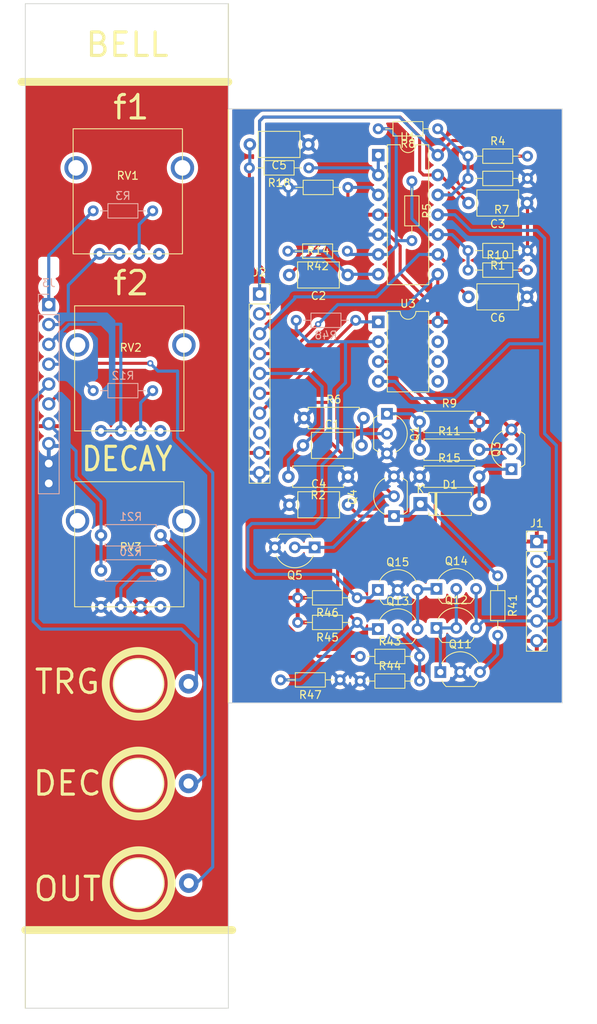
<source format=kicad_pcb>
(kicad_pcb (version 20221018) (generator pcbnew)
  (layers (0 "F.Cu" signal) (31 "B.Cu" signal) (34 "B.Paste" user) (35 "F.Paste" user) (36 "B.SilkS" user "B.Silkscreen") (37 "F.SilkS" user "F.Silkscreen") (38 "B.Mask" user) (39 "F.Mask" user) (44 "Edge.Cuts" user))
  (net 0 "")
  (net 1 "IN2")
  (net 2 "Net-(Q1-B)")
  (net 3 "Net-(C2-Pad1)")
  (net 4 "GND")
  (net 5 "ENV")
  (net 6 "BP")
  (net 7 "Net-(D1-A)")
  (net 8 "Net-(Q1-C)")
  (net 9 "Net-(U1B--)")
  (net 10 "Net-(R3-Pad1)")
  (net 11 "Net-(Q3-B)")
  (net 12 "+12V")
  (net 13 "Net-(U1A--)")
  (net 14 "Net-(Q11-C)")
  (net 15 "Net-(Q11-E)")
  (net 16 "-12V")
  (net 17 "Net-(Q13-C)")
  (net 18 "Net-(Q13-B)")
  (net 19 "Net-(Q13-E)")
  (net 20 "Net-(Q15-C)")
  (net 21 "Net-(R12-Pad1)")
  (net 22 "Net-(R20-Pad1)")
  (net 23 "f1")
  (net 24 "f2")
  (net 25 "Net-(R21-Pad1)")
  (net 29 "Net-(U1A-+)")
  (net 30 "FM1")
  (net 31 "FM2")
  (net 32 "FO1")
  (net 33 "FO2")
  (net 34 "DEC")
  (net 35 "OUT")
  (footprint "Package_TO_SOT_THT:TO-92_Inline_Wide" (layer "F.Cu") (at 143.15 101.86)
    (fp_text reference "Q12")
    (fp_text value "BC547")
  )
  (footprint "Resistor_THT:R_Axial_DIN0207_L6.3mm_D2.5mm_P7.62mm_Horizontal" (layer "F.Cu") (at 141 82.5)
    (fp_text reference "R15")
    (fp_text value "100k")
  )
  (footprint "Resistor_THT:R_Axial_DIN0204_L3.6mm_D1.6mm_P7.62mm_Horizontal" (layer "F.Cu") (at 133.38 108.65)
    (fp_text reference "R44")
    (fp_text value "200R")
  )
  (footprint "Capacitor_THT:C_Axial_L5.1mm_D3.1mm_P7.50mm_Horizontal" (layer "F.Cu") (at 154.75 47.5 180)
    (fp_text reference "C3")
    (fp_text value "5n")
  )
  (footprint "Resistor_THT:R_Axial_DIN0204_L3.6mm_D1.6mm_P7.62mm_Horizontal" (layer "F.Cu") (at 147.19 56.08)
    (fp_text reference "R10")
    (fp_text value "100k")
  )
  (footprint "Resistor_THT:R_Axial_DIN0207_L6.3mm_D2.5mm_P7.62mm_Horizontal" (layer "F.Cu") (at 141 75.5)
    (fp_text reference "R9")
    (fp_text value "100k")
  )
  (footprint "Resistor_THT:R_Axial_DIN0204_L3.6mm_D1.6mm_P7.62mm_Horizontal" (layer "F.Cu") (at 154.81 44.35 180)
    (fp_text reference "R7")
    (fp_text value "100k")
  )
  (footprint "Capacitor_THT:C_Axial_L5.1mm_D3.1mm_P7.50mm_Horizontal" (layer "F.Cu") (at 126.75 40 180)
    (fp_text reference "C5")
    (fp_text value "5n")
  )
  (footprint "Library:aux_flush" (layer "F.Cu") (at 105 109 180)
    (fp_text reference "U2" hide)
    (fp_text value "Aux_flush")
  )
  (footprint "Library:aux_flush" (layer "F.Cu") (at 105.030351 134.5 180)
    (fp_text reference "U10" hide)
    (fp_text value "Aux_flush")
  )
  (footprint "Resistor_THT:R_Axial_DIN0204_L3.6mm_D1.6mm_P7.62mm_Horizontal" (layer "F.Cu") (at 131.81 45.5 180)
    (fp_text reference "R14")
    (fp_text value "100k")
  )
  (footprint "Resistor_THT:R_Axial_DIN0204_L3.6mm_D1.6mm_P7.62mm_Horizontal" (layer "F.Cu") (at 130.81 108.5 180)
    (fp_text reference "R47")
    (fp_text value "200k")
  )
  (footprint "Library:aux_flush" (layer "F.Cu") (at 105 121.75 180)
    (fp_text reference "U6" hide)
    (fp_text value "Aux_flush")
  )
  (footprint "Library:AlpsPot" (layer "F.Cu") (at 100.19 76.649)
    (fp_text reference "RV2")
    (fp_text value "R_Potentiometer")
  )
  (footprint "Capacitor_THT:C_Axial_L5.1mm_D3.1mm_P7.50mm_Horizontal" (layer "F.Cu") (at 154.75 59.5 180)
    (fp_text reference "C6")
    (fp_text value "5n")
  )
  (footprint "Capacitor_THT:C_Axial_L5.1mm_D3.1mm_P7.50mm_Horizontal" (layer "F.Cu") (at 131.79 56.7 180)
    (fp_text reference "C2")
    (fp_text value "5n")
  )
  (footprint "Connector_PinHeader_2.54mm:PinHeader_1x06_P2.54mm_Vertical" (layer "F.Cu") (at 156 90.8)
    (fp_text reference "J1")
    (fp_text value "Conn_01x06_Female")
  )
  (footprint "Resistor_THT:R_Axial_DIN0207_L6.3mm_D2.5mm_P7.62mm_Horizontal" (layer "F.Cu") (at 131.81 82.5 180)
    (fp_text reference "R2")
    (fp_text value "100k")
  )
  (footprint "Capacitor_THT:C_Axial_L5.1mm_D3.1mm_P7.50mm_Horizontal" (layer "F.Cu") (at 126.06 78.5)
    (fp_text reference "C1")
    (fp_text value "5n")
  )
  (footprint "Connector_PinSocket_2.54mm:PinSocket_1x10_P2.54mm_Vertical" (layer "F.Cu") (at 120.5 59.14)
    (fp_text reference "J2")
    (fp_text value "Conn_01x10_Pin")
  )
  (footprint "Package_TO_SOT_THT:TO-92_Inline_Wide" (layer "F.Cu") (at 135.65 97)
    (fp_text reference "Q15")
    (fp_text value "BC547")
  )
  (footprint "Diode_THT:D_A-405_P7.62mm_Horizontal" (layer "F.Cu") (at 141.09 86)
    (fp_text reference "D1")
    (fp_text value "D")
  )
  (footprint "Library:AlpsPot" (layer "F.Cu") (at 100 54)
    (fp_text reference "RV1")
    (fp_text value "R_Potentiometer")
  )
  (footprint "Package_TO_SOT_THT:TO-92_Inline_Wide" (layer "F.Cu") (at 143.15 96.86)
    (fp_text reference "Q14")
    (fp_text value "BC547")
  )
  (footprint "Package_TO_SOT_THT:TO-92_Inline_Wide" (layer "F.Cu") (at 135.65 102)
    (fp_text reference "Q13")
    (fp_text value "BC547")
  )
  (footprint "MountingHole:MountingHole_3.2mm_M3" (layer "F.Cu") (at 112 147.5)
    (fp_text reference "REF**" hide)
    (fp_text value "MountingHole_3.2mm_M3")
  )
  (footprint "MountingHole:MountingHole_3.2mm_M3" (layer "F.Cu") (at 112 25)
    (fp_text reference "REF**" hide)
    (fp_text value "MountingHole_3.2mm_M3")
  )
  (footprint "Package_DIP:DIP-14_W7.62mm" (layer "F.Cu") (at 135.7 41.375)
    (fp_text reference "U1")
    (fp_text value "TL074")
  )
  (footprint "Resistor_THT:R_Axial_DIN0204_L3.6mm_D1.6mm_P7.62mm_Horizontal" (layer "F.Cu") (at 126.81 43 180)
    (fp_text reference "R18")
    (fp_text value "10k")
  )
  (footprint "Package_DIP:DIP-8_W7.62mm" (layer "F.Cu") (at 135.7 62.7)
    (fp_text reference "U3")
    (fp_text value "TL072")
  )
  (footprint "Package_TO_SOT_THT:TO-92L_Inline_Wide" (layer "F.Cu") (at 137.71 87.55 90)
    (fp_text reference "Q4")
    (fp_text value "BC547")
  )
  (footprint "Resistor_THT:R_Axial_DIN0204_L3.6mm_D1.6mm_P7.62mm_Horizontal" (layer "F.Cu") (at 151 95.19 -90)
    (fp_text reference "R41")
    (fp_text value "100k")
  )
  (footprint "Package_TO_SOT_THT:TO-92L_Inline_Wide" (layer "F.Cu") (at 152.76 81.55 90)
    (fp_text reference "Q3")
    (fp_text value "BC557")
  )
  (footprint "Resistor_THT:R_Axial_DIN0204_L3.6mm_D1.6mm_P7.62mm_Horizontal" (layer "F.Cu") (at 133 101.15 180)
    (fp_text reference "R45")
    (fp_text value "50k")
  )
  (footprint "Library:AlpsPot" (layer "F.Cu") (at 100.19 99.149)
    (fp_text reference "RV3")
    (fp_text value "R_Potentiometer")
  )
  (footprint "Resistor_THT:R_Axial_DIN0204_L3.6mm_D1.6mm_P7.62mm_Horizontal" (layer "F.Cu") (at 133.38 105.5)
    (fp_text reference "R43")
    (fp_text value "100k")
  )
  (footprint "Capacitor_THT:C_Axial_L5.1mm_D3.1mm_P7.50mm_Horizontal" (layer "F.Cu") (at 124.32 86.1)
    (fp_text reference "C4")
    (fp_text value "5n")
  )
  (footprint "Package_TO_SOT_THT:TO-92L_Inline_Wide" (layer "F.Cu") (at 127.55 91.55 180)
    (fp_text reference "Q5")
    (fp_text value "BC547")
  )
  (footprint "Resistor_THT:R_Axial_DIN0204_L3.6mm_D1.6mm_P7.62mm_Horizontal" (layer "F.Cu") (at 147.19 41.5)
    (fp_text reference "R4")
    (fp_text value "100k")
  )
  (footprint "Resistor_THT:R_Axial_DIN0204_L3.6mm_D1.6mm_P7.62mm_Horizontal" (layer "F.Cu") (at 154.81 53.58 180)
    (fp_text reference "R1")
    (fp_text value "100k")
  )
  (footprint "Package_TO_SOT_THT:TO-92_Inline_Wide" (layer "F.Cu") (at 143.65 107.5)
    (fp_text reference "Q11")
    (fp_text value "BC557")
  )
  (footprint "Resistor_THT:R_Axial_DIN0207_L6.3mm_D2.5mm_P7.62mm_Horizontal" (layer "F.Cu") (at 141 79.05)
    (fp_text reference "R11")
    (fp_text value "10k")
  )
  (footprint "Resistor_THT:R_Axial_DIN0204_L3.6mm_D1.6mm_P7.62mm_Horizontal" (layer "F.Cu") (at 143.31 38 180)
    (fp_text reference "R8")
    (fp_text value "100k")
  )
  (footprint "Resistor_THT:R_Axial_DIN0204_L3.6mm_D1.6mm_P7.62mm_Horizontal" (layer "F.Cu") (at 140 44.69 -90)
    (fp_text reference "R5")
    (fp_text value "100k")
  )
  (footprint "Resistor_THT:R_Axial_DIN0204_L3.6mm_D1.6mm_P7.62mm_Horizontal" (layer "F.Cu") (at 131.74 53.65 180)
    (fp_text reference "R42")
    (fp_text value "100k")
  )
  (footprint "Package_TO_SOT_THT:TO-92L_Inline_Wide" (layer "F.Cu") (at 136.81 74.46 -90)
    (fp_text reference "Q1")
    (fp_text value "BC547")
  )
  (footprint "Resistor_THT:R_Axial_DIN0204_L3.6mm_D1.6mm_P7.62mm_Horizontal" (layer "F.Cu") (at 133 98 180)
    (fp_text reference "R46")
    (fp_text value "50k")
  )
  (footprint "Resistor_THT:R_Axial_DIN0207_L6.3mm_D2.5mm_P7.62mm_Horizontal" (layer "F.Cu") (at 126.19 75)
    (fp_text reference "R6")
    (fp_text value "100k")
  )
  (footprint "Connector_PinSocket_2.54mm:PinSocket_1x10_P2.54mm_Vertical" (layer "B.Cu") (at 93.5 60.5 180)
    (fp_text reference "J3")
    (fp_text value "Conn_01x10_Pin")
  )
  (footprint "Resistor_THT:R_Axial_DIN0204_L3.6mm_D1.6mm_P7.62mm_Horizontal" (layer "B.Cu") (at 125.19 62.5)
    (fp_text reference "R48")
    (fp_text value "200k")
  )
  (footprint "Resistor_THT:R_Axial_DIN0207_L6.3mm_D2.5mm_P7.62mm_Horizontal" (layer "B.Cu") (at 107.81 94.5 180)
    (fp_text reference "R20")
    (fp_text value "100k")
  )
  (footprint "Resistor_THT:R_Axial_DIN0204_L3.6mm_D1.6mm_P7.62mm_Horizontal" (layer "B.Cu") (at 106.81 48.5 180)
    (fp_text reference "R3")
    (fp_text value "200R")
  )
  (footprint "Resistor_THT:R_Axial_DIN0207_L6.3mm_D2.5mm_P7.62mm_Horizontal" (layer "B.Cu") (at 107.81 90 180)
    (fp_text reference "R21")
    (fp_text value "100k")
  )
  (footprint "Resistor_THT:R_Axial_DIN0204_L3.6mm_D1.6mm_P7.62mm_Horizontal" (layer "B.Cu") (at 106.81 71.5 180)
    (fp_text reference "R12")
    (fp_text value "200R")
  )
  (gr_line (start 116.5 22) (end 116.5 32) (stroke (width 0.15)) (layer "F.SilkS"))
  (gr_line (start 90.5 150.5) (end 90.5 140.5) (stroke (width 0.15)) (layer "F.SilkS"))
  (gr_line (start 116.5 35.5) (end 116.5 111.5) (stroke (width 0.15)) (layer "F.SilkS"))
  (gr_line (start 90.5 140.5) (end 117 140.5) (stroke (width 1)) (layer "F.SilkS"))
  (gr_line (start 116.5 32) (end 90 32) (stroke (width 1)) (layer "F.SilkS"))
  (gr_line (start 90.5 22) (end 116.5 22) (stroke (width 0.1)) (layer "Edge.Cuts"))
  (gr_line (start 159.25 111.45) (end 116.5 111.45) (stroke (width 0.1)) (layer "Edge.Cuts"))
  (gr_line (start 116.5 111.45) (end 116.5 150.5) (stroke (width 0.1)) (layer "Edge.Cuts"))
  (gr_line (start 90.5 150.5) (end 90.5 22) (stroke (width 0.1)) (layer "Edge.Cuts"))
  (gr_line (start 116.5 150.5) (end 90.5 150.5) (stroke (width 0.1)) (layer "Edge.Cuts"))
  (gr_line (start 116.5 22) (end 116.5 35.45) (stroke (width 0.1)) (layer "Edge.Cuts"))
  (gr_line (start 116.5 35.45) (end 159.25 35.45) (stroke (width 0.1)) (layer "Edge.Cuts"))
  (gr_line (start 159.25 35.45) (end 159.25 111.45) (stroke (width 0.1)) (layer "Edge.Cuts"))
  (gr_text "f1\n" (at 101.5 37) (layer "F.SilkS") (effects (font (size 3 3) (thickness 0.4) bold) (justify left bottom)))
  (gr_text "f2" (at 101.5 59.5) (layer "F.SilkS") (effects (font (size 3 3) (thickness 0.4) bold) (justify left bottom)))
  (gr_text "TRG" (at 91.469649 110.5) (layer "F.SilkS") (effects (font (size 3 3) (thickness 0.4)) (justify left bottom)))
  (gr_text "DEC" (at 91.255363 123.5) (layer "F.SilkS") (effects (font (size 3 3) (thickness 0.4)) (justify left bottom)))
  (gr_text "OUT" (at 91.326792 137) (layer "F.SilkS") (effects (font (size 3 3) (thickness 0.4)) (justify left bottom)))
  (gr_text "BELL" (at 98 29) (layer "F.SilkS") (effects (font (size 3 3) (thickness 0.4) bold) (justify left bottom)))
  (gr_text "DECAY" (at 97.5 82) (layer "F.SilkS") (effects (font (size 3 2.5) (thickness 0.4) bold) (justify left bottom)))
  (segment (start 126.8 69.3) (end 120.5 69.3) (width 0.4) (layer "B.Cu") (net 1))
  (segment (start 128.5 76.06) (end 128.5 71) (width 0.4) (layer "B.Cu") (net 1))
  (segment (start 112.4 103.9) (end 112.4 109) (width 0.4) (layer "B.Cu") (net 1))
  (segment (start 128.5 71) (end 126.8 69.3) (width 0.4) (layer "B.Cu") (net 1))
  (segment (start 92.5 102) (end 110.5 102) (width 0.4) (layer "B.Cu") (net 1))
  (segment (start 110.5 102) (end 112.4 103.9) (width 0.4) (layer "B.Cu") (net 1))
  (segment (start 91.5 72.66) (end 91.5 101) (width 0.4) (layer "B.Cu") (net 1))
  (segment (start 91.5 101) (end 92.5 102) (width 0.4) (layer "B.Cu") (net 1))
  (segment (start 93.5 70.66) (end 91.5 72.66) (width 0.4) (layer "B.Cu") (net 1))
  (segment (start 126.06 78.5) (end 128.5 76.06) (width 0.4) (layer "B.Cu") (net 1))
  (segment (start 124.19 80.37) (end 126.06 78.5) (width 0.4) (layer "B.Cu") (net 1))
  (segment (start 124.19 82.5) (end 124.19 80.37) (width 0.4) (layer "B.Cu") (net 1))
  (segment (start 133.56 75.25) (end 133.81 75) (width 0.4) (layer "B.Cu") (net 2))
  (segment (start 136.81 77) (end 133.56 77) (width 0.4) (layer "B.Cu") (net 2))
  (segment (start 133.56 77) (end 133.56 75.25) (width 0.4) (layer "B.Cu") (net 2))
  (segment (start 133.56 78.5) (end 133.56 77) (width 0.4) (layer "B.Cu") (net 2))
  (segment (start 131.875 56.615) (end 131.79 56.7) (width 0.4) (layer "B.Cu") (net 3))
  (segment (start 124.12 53.65) (end 128.74 53.65) (width 0.4) (layer "B.Cu") (net 3))
  (segment (start 135.7 56.615) (end 131.875 56.615) (width 0.4) (layer "B.Cu") (net 3))
  (segment (start 128.74 53.65) (end 131.79 56.7) (width 0.4) (layer "B.Cu") (net 3))
  (segment (start 137.035 51.535) (end 138 52.5) (width 0.4) (layer "F.Cu") (net 4))
  (segment (start 138.5 54) (end 138.5 56.5) (width 0.4) (layer "F.Cu") (net 4))
  (segment (start 135.7 51.535) (end 137.035 51.535) (width 0.4) (layer "F.Cu") (net 4))
  (segment (start 154.81 47.56) (end 154.75 47.5) (width 0.4) (layer "F.Cu") (net 4))
  (segment (start 154.81 53.58) (end 154.81 47.56) (width 0.4) (layer "F.Cu") (net 4))
  (segment (start 138.5 56.5) (end 142 60) (width 0.4) (layer "F.Cu") (net 4))
  (segment (start 138.5 53) (end 138.5 54) (width 0.4) (layer "F.Cu") (net 4))
  (segment (start 138 52.5) (end 138.5 53) (width 0.4) (layer "F.Cu") (net 4))
  (via (at 142 60) (size 0.8) (drill 0.4) (layers "F.Cu" "B.Cu") (net 4))
  (segment (start 133.27 87.55) (end 137.71 87.55) (width 0.4) (layer "F.Cu") (net 5))
  (segment (start 131.82 86.1) (end 133.27 87.55) (width 0.4) (layer "F.Cu") (net 5))
  (segment (start 141.81 86) (end 141.09 86) (width 0.4) (layer "B.Cu") (net 5))
  (segment (start 137.71 87.55) (end 139.54 87.55) (width 0.4) (layer "B.Cu") (net 5))
  (segment (start 151 95.19) (end 141.81 86) (width 0.4) (layer "B.Cu") (net 5))
  (segment (start 139.54 87.55) (end 141.09 86) (width 0.4) (layer "B.Cu") (net 5))
  (segment (start 118 45.5) (end 119.19 44.31) (width 0.4) (layer "F.Cu") (net 6))
  (segment (start 128 105.5) (end 118 95.5) (width 0.4) (layer "F.Cu") (net 6))
  (segment (start 118 95.5) (end 118 45.5) (width 0.4) (layer "F.Cu") (net 6))
  (segment (start 119.19 44.31) (end 119.19 43) (width 0.4) (layer "F.Cu") (net 6))
  (segment (start 133.38 105.5) (end 128 105.5) (width 0.4) (layer "F.Cu") (net 6))
  (segment (start 119.25 42.94) (end 119.19 43) (width 0.4) (layer "B.Cu") (net 6))
  (segment (start 119.25 40) (end 119.25 42.94) (width 0.4) (layer "B.Cu") (net 6))
  (segment (start 149.57 81.55) (end 148.62 82.5) (width 0.4) (layer "B.Cu") (net 7))
  (segment (start 148.62 82.5) (end 148.62 85.91) (width 0.4) (layer "B.Cu") (net 7))
  (segment (start 148.62 85.91) (end 148.71 86) (width 0.4) (layer "B.Cu") (net 7))
  (segment (start 152.76 81.55) (end 149.57 81.55) (width 0.4) (layer "B.Cu") (net 7))
  (segment (start 139.96 74.46) (end 141 75.5) (width 0.4) (layer "B.Cu") (net 8))
  (segment (start 136.81 74.46) (end 139.96 74.46) (width 0.4) (layer "B.Cu") (net 8))
  (segment (start 141 79.05) (end 141 75.5) (width 0.4) (layer "B.Cu") (net 8))
  (segment (start 135.69 38) (end 137 38) (width 0.4) (layer "B.Cu") (net 9))
  (segment (start 140 52.31) (end 138.19 52.31) (width 0.4) (layer "B.Cu") (net 9))
  (segment (start 138 52.5) (end 138 53) (width 0.4) (layer "B.Cu") (net 9))
  (segment (start 132.165 54.075) (end 131.74 53.65) (width 0.4) (layer "B.Cu") (net 9))
  (segment (start 138 39) (end 138 52.5) (width 0.4) (layer "B.Cu") (net 9))
  (segment (start 131.81 53.58) (end 131.74 53.65) (width 0.4) (layer "B.Cu") (net 9))
  (segment (start 136.925 54.075) (end 135.7 54.075) (width 0.4) (layer "B.Cu") (net 9))
  (segment (start 135.7 54.075) (end 132.165 54.075) (width 0.4) (layer "B.Cu") (net 9))
  (segment (start 138.19 52.31) (end 138 52.5) (width 0.4) (layer "B.Cu") (net 9))
  (segment (start 137 38) (end 138 39) (width 0.4) (layer "B.Cu") (net 9))
  (segment (start 138 53) (end 136.925 54.075) (width 0.4) (layer "B.Cu") (net 9))
  (segment (start 105.08 54) (end 105.08 50.23) (width 0.4) (layer "B.Cu") (net 10))
  (segment (start 105.08 50.23) (end 106.81 48.5) (width 0.4) (layer "B.Cu") (net 10))
  (segment (start 148.66 79.01) (end 148.62 79.05) (width 0.4) (layer "B.Cu") (net 11))
  (segment (start 152.76 79.01) (end 148.66 79.01) (width 0.4) (layer "B.Cu") (net 11))
  (segment (start 135.7 41.375) (end 135.7 43.915) (width 0.4) (layer "B.Cu") (net 13))
  (segment (start 126.81 43) (end 134.785 43) (width 0.4) (layer "B.Cu") (net 13))
  (segment (start 134.785 43) (end 135.7 43.915) (width 0.4) (layer "B.Cu") (net 13))
  (segment (start 145.69 96.86) (end 145.69 101.86) (width 0.4) (layer "B.Cu") (net 14))
  (segment (start 143.65 102.36) (end 143.15 101.86) (width 0.4) (layer "B.Cu") (net 14))
  (segment (start 143.15 101.86) (end 145.69 101.86) (width 0.4) (layer "B.Cu") (net 14))
  (segment (start 143.65 107.5) (end 143.65 102.36) (width 0.4) (layer "B.Cu") (net 14))
  (segment (start 151 102.81) (end 151 105.23) (width 0.4) (layer "B.Cu") (net 15))
  (segment (start 151 105.23) (end 148.73 107.5) (width 0.4) (layer "B.Cu") (net 15))
  (segment (start 148.23 101.86) (end 148.23 101) (width 0.4) (layer "B.Cu") (net 16))
  (segment (start 157 65.5) (end 157 52) (width 0.4) (layer "B.Cu") (net 16))
  (segment (start 158.5 100.5) (end 158.5 95) (width 0.4) (layer "B.Cu") (net 16))
  (segment (start 152.5 65.5) (end 157 65.5) (width 0.4) (layer "B.Cu") (net 16))
  (segment (start 135.7 70.32) (end 137.82 70.32) (width 0.4) (layer "B.Cu") (net 16))
  (segment (start 145.495 48.995) (end 146.25 49.75) (width 0.4) (layer "B.Cu") (net 16))
  (segment (start 147.5 51) (end 146.25 49.75) (width 0.4) (layer "B.Cu") (net 16))
  (segment (start 157 65.5) (end 157 77) (width 0.4) (layer "B.Cu") (net 16))
  (segment (start 140 72.5) (end 145.5 72.5) (width 0.4) (layer "B.Cu") (net 16))
  (segment (start 149.13 100.96) (end 148.23 101.86) (width 0.4) (layer "B.Cu") (net 16))
  (segment (start 158.5 78.5) (end 158.5 95) (width 0.4) (layer "B.Cu") (net 16))
  (segment (start 145.5 72.5) (end 152.5 65.5) (width 0.4) (layer "B.Cu") (net 16))
  (segment (start 143.32 48.995) (end 145.495 48.995) (width 0.4) (layer "B.Cu") (net 16))
  (segment (start 158.5 95) (end 158.5 93.34) (width 0.4) (layer "B.Cu") (net 16))
  (segment (start 137.82 70.32) (end 140 72.5) (width 0.4) (layer "B.Cu") (net 16))
  (segment (start 156 100.96) (end 158.04 100.96) (width 0.4) (layer "B.Cu") (net 16))
  (segment (start 157 77) (end 158.5 78.5) (width 0.4) (layer "B.Cu") (net 16))
  (segment (start 157 52) (end 156 51) (width 0.4) (layer "B.Cu") (net 16))
  (segment (start 156 100.96) (end 149.13 100.96) (width 0.4) (layer "B.Cu") (net 16))
  (segment (start 148.23 101) (end 148.23 96.86) (width 0.4) (layer "B.Cu") (net 16))
  (segment (start 158.5 93.34) (end 156 93.34) (width 0.4) (layer "B.Cu") (net 16))
  (segment (start 156 51) (end 147.5 51) (width 0.4) (layer "B.Cu") (net 16))
  (segment (start 158.04 100.96) (end 158.5 100.5) (width 0.4) (layer "B.Cu") (net 16))
  (segment (start 143 74) (end 143 88.5) (width 0.4) (layer "F.Cu") (net 17))
  (segment (start 143 88.5) (end 137.5 94) (width 0.4) (layer "F.Cu") (net 17))
  (segment (start 139 70) (end 143 74) (width 0.4) (layer "F.Cu") (net 17))
  (segment (start 130.5 94) (end 130.5 98.65) (width 0.4) (layer "F.Cu") (net 17))
  (segment (start 137.5 94) (end 130.5 94) (width 0.4) (layer "F.Cu") (net 17))
  (segment (start 130.5 98.65) (end 133 101.15) (width 0.4) (layer "F.Cu") (net 17))
  (segment (start 139 69.5) (end 139 70) (width 0.4) (layer "F.Cu") (net 17))
  (segment (start 137.28 67.78) (end 139 69.5) (width 0.4) (layer "F.Cu") (net 17))
  (segment (start 135.7 67.78) (end 137.28 67.78) (width 0.4) (layer "F.Cu") (net 17))
  (segment (start 135.65 102) (end 133.85 102) (width 0.4) (layer "B.Cu") (net 17))
  (segment (start 125.65 108.5) (end 133 101.15) (width 0.4) (layer "B.Cu") (net 17))
  (segment (start 123.19 108.5) (end 125.65 108.5) (width 0.4) (layer "B.Cu") (net 17))
  (segment (start 133.85 102) (end 133 101.15) (width 0.4) (layer "B.Cu") (net 17))
  (segment (start 138.19 102) (end 141 104.81) (width 0.4) (layer "B.Cu") (net 18))
  (segment (start 141 104.81) (end 141 105.5) (width 0.4) (layer "B.Cu") (net 18))
  (segment (start 141 108.65) (end 141 105.5) (width 0.4) (layer "B.Cu") (net 18))
  (segment (start 140.73 102) (end 140.73 97) (width 0.4) (layer "B.Cu") (net 19))
  (segment (start 140.87 96.86) (end 140.73 97) (width 0.4) (layer "B.Cu") (net 19))
  (segment (start 143.15 96.86) (end 140.87 96.86) (width 0.4) (layer "B.Cu") (net 19))
  (segment (start 119.5 88.5) (end 119 89) (width 0.4) (layer "B.Cu") (net 20))
  (segment (start 133 98) (end 134.65 98) (width 0.4) (layer "B.Cu") (net 20))
  (segment (start 119 94) (end 120 95) (width 0.4) (layer "B.Cu") (net 20))
  (segment (start 125.19 63.69) (end 126.74 65.24) (width 0.4) (layer "B.Cu") (net 20))
  (segment (start 125.19 62.5) (end 125.19 63.69) (width 0.4) (layer "B.Cu") (net 20))
  (segment (start 120 95) (end 130 95) (width 0.4) (layer "B.Cu") (net 20))
  (segment (start 131.5 65.24) (end 135.7 65.24) (width 0.4) (layer "B.Cu") (net 20))
  (segment (start 130 95) (end 133 98) (width 0.4) (layer "B.Cu") (net 20))
  (segment (start 130.5 79) (end 128.5 81) (width 0.4) (layer "B.Cu") (net 20))
  (segment (start 127.5 88.5) (end 119.5 88.5) (width 0.4) (layer "B.Cu") (net 20))
  (segment (start 134.65 98) (end 135.65 97) (width 0.4) (layer "B.Cu") (net 20))
  (segment (start 128.5 81) (end 128.5 87.5) (width 0.4) (layer "B.Cu") (net 20))
  (segment (start 126.74 65.24) (end 131.5 65.24) (width 0.4) (layer "B.Cu") (net 20))
  (segment (start 131.5 70.5) (end 130.5 71.5) (width 0.4) (layer "B.Cu") (net 20))
  (segment (start 130.5 71.5) (end 130.5 79) (width 0.4) (layer "B.Cu") (net 20))
  (segment (start 128.5 87.5) (end 127.5 88.5) (width 0.4) (layer "B.Cu") (net 20))
  (segment (start 119 89) (end 119 94) (width 0.4) (layer "B.Cu") (net 20))
  (segment (start 131.5 65.24) (end 131.5 70.5) (width 0.4) (layer "B.Cu") (net 20))
  (segment (start 105.27 73.04) (end 106.81 71.5) (width 0.4) (layer "B.Cu") (net 21))
  (segment (start 105.27 76.649) (end 105.27 73.04) (width 0.4) (layer "B.Cu") (net 21))
  (segment (start 105 94.5) (end 107.81 94.5) (width 0.4) (layer "B.Cu") (net 22))
  (segment (start 102.73 99.149) (end 102.73 96.77) (width 0.4) (layer "B.Cu") (net 22))
  (segment (start 102.73 96.77) (end 105 94.5) (width 0.4) (layer "B.Cu") (net 22))
  (segment (start 143.31 38) (end 146.81 41.5) (width 0.4) (layer "B.Cu") (net 23))
  (segment (start 147.19 41.5) (end 147.19 44.35) (width 0.4) (layer "B.Cu") (net 23))
  (segment (start 143.32 46.455) (end 145.085 46.455) (width 0.4) (layer "B.Cu") (net 23))
  (segment (start 145.085 46.455) (end 147.19 44.35) (width 0.4) (layer "B.Cu") (net 23))
  (segment (start 146.81 41.5) (end 147.19 41.5) (width 0.4) (layer "B.Cu") (net 23))
  (segment (start 145.145 51.535) (end 147.19 53.58) (width 0.4) (layer "B.Cu") (net 24))
  (segment (start 142.035 51.535) (end 140 49.5) (width 0.4) (layer "B.Cu") (net 24))
  (segment (start 146.73 56.08) (end 147.19 56.08) (width 0.4) (layer "B.Cu") (net 24))
  (segment (start 140 49.5) (end 140 44.69) (width 0.4) (layer "B.Cu") (net 24))
  (segment (start 143.32 51.535) (end 142.035 51.535) (width 0.4) (layer "B.Cu") (net 24))
  (segment (start 147.19 53.58) (end 147.19 56.08) (width 0.4) (layer "B.Cu") (net 24))
  (segment (start 143.32 51.535) (end 145.145 51.535) (width 0.4) (layer "B.Cu") (net 24))
  (segment (start 113.5 95.69) (end 113.5 120.65) (width 0.4) (layer "B.Cu") (net 25))
  (segment (start 107.81 90) (end 113.5 95.69) (width 0.4) (layer "B.Cu") (net 25))
  (segment (start 113.5 120.65) (end 112 122.15) (width 0.4) (layer "B.Cu") (net 25))
  (segment (start 124.29 56.7) (end 131.81 49.18) (width 0.4) (layer "F.Cu") (net 29))
  (segment (start 131.81 49.18) (end 131.81 45.5) (width 0.4) (layer "F.Cu") (net 29))
  (segment (start 131.75 45.5) (end 134.745 45.5) (width 0.4) (layer "B.Cu") (net 29))
  (segment (start 134.745 45.5) (end 135.7 46.455) (width 0.4) (layer "B.Cu") (net 29))
  (segment (start 147.25 47.5) (end 143.665 43.915) (width 0.4) (layer "F.Cu") (net 30))
  (segment (start 120.5 61.68) (end 121.82 61.68) (width 0.4) (layer "F.Cu") (net 30))
  (segment (start 138.5 36.5) (end 141 39) (width 0.4) (layer "F.Cu") (net 30))
  (segment (start 141.482943 43.915) (end 143.32 43.915) (width 0.4) (layer "F.Cu") (net 30))
  (segment (start 122.5 61) (end 122.5 57.5) (width 0.4) (layer "F.Cu") (net 30))
  (segment (start 121.82 61.68) (end 122.5 61) (width 0.4) (layer "F.Cu") (net 30))
  (segment (start 120.5 55.5) (end 120.5 37) (width 0.4) (layer "F.Cu") (net 30))
  (segment (start 141 39) (end 141 43.432057) (width 0.4) (layer "F.Cu") (net 30))
  (segment (start 141 43.432057) (end 141.482943 43.915) (width 0.4) (layer "F.Cu") (net 30))
  (segment (start 122.5 57.5) (end 120.5 55.5) (width 0.4) (layer "F.Cu") (net 30))
  (segment (start 121 36.5) (end 138.5 36.5) (width 0.4) (layer "F.Cu") (net 30))
  (segment (start 120.5 37) (end 121 36.5) (width 0.4) (layer "F.Cu") (net 30))
  (segment (start 143.665 43.915) (end 143.32 43.915) (width 0.4) (layer "F.Cu") (net 30))
  (segment (start 94.96 63.04) (end 96 62) (width 0.4) (layer "B.Cu") (net 30))
  (segment (start 96 62) (end 96 58) (width 0.4) (layer "B.Cu") (net 30))
  (segment (start 93.5 63.04) (end 94.96 63.04) (width 0.4) (layer "B.Cu") (net 30))
  (segment (start 96.75 57.25) (end 100 54) (width 0.4) (layer "B.Cu") (net 30))
  (segment (start 96 58.26) (end 96 58) (width 0.4) (layer "B.Cu") (net 30))
  (segment (start 96 58) (end 96.75 57.25) (width 0.4) (layer "B.Cu") (net 30))
  (segment (start 102.54 54) (end 100 54) (width 0.4) (layer "B.Cu") (net 30))
  (segment (start 147.25 59.5) (end 145.5 57.75) (width 0.4) (layer "F.Cu") (net 31))
  (segment (start 145.5 56.255) (end 143.32 54.075) (width 0.4) (layer "F.Cu") (net 31))
  (segment (start 145.5 57.75) (end 145.5 56.255) (width 0.4) (layer "F.Cu") (net 31))
  (segment (start 120.5 64.22) (end 125 59.72) (width 0.4) (layer "B.Cu") (net 31))
  (segment (start 135.5 59.5) (end 140.925 54.075) (width 0.4) (layer "B.Cu") (net 31))
  (segment (start 140.925 54.075) (end 143.32 54.075) (width 0.4) (layer "B.Cu") (net 31))
  (segment (start 125 59.72) (end 125 59.5) (width 0.4) (layer "B.Cu") (net 31))
  (segment (start 96.08 63) (end 102.73 63) (width 0.4) (layer "B.Cu") (net 31))
  (segment (start 102.73 63) (end 102.73 76.649) (width 0.4) (layer "B.Cu") (net 31))
  (segment (start 93.5 65.58) (end 96.08 63) (width 0.4) (layer "B.Cu") (net 31))
  (segment (start 125 59.5) (end 135.5 59.5) (width 0.4) (layer "B.Cu") (net 31))
  (segment (start 100.19 76.649) (end 102.73 76.649) (width 0.4) (layer "B.Cu") (net 31))
  (segment (start 151.5 39.5) (end 145.195 39.5) (width 0.4) (layer "F.Cu") (net 32))
  (segment (start 154.81 41.5) (end 153.5 41.5) (width 0.4) (layer "F.Cu") (net 32))
  (segment (start 153.5 41.5) (end 151.5 39.5) (width 0.4) (layer "F.Cu") (net 32))
  (segment (start 145.195 39.5) (end 143.32 41.375) (width 0.4) (layer "F.Cu") (net 32))
  (segment (start 121 36.5) (end 138.445 36.5) (width 0.4) (layer "B.Cu") (net 32))
  (segment (start 93.5 60.5) (end 93.5 54.19) (width 0.4) (layer "B.Cu") (net 32))
  (segment (start 120.5 37) (end 121 36.5) (width 0.4) (layer "B.Cu") (net 32))
  (segment (start 120.5 59.14) (end 120.5 37) (width 0.4) (layer "B.Cu") (net 32))
  (segment (start 93.5 54.19) (end 99.19 48.5) (width 0.4) (layer "B.Cu") (net 32))
  (segment (start 138.445 36.5) (end 143.32 41.375) (width 0.4) (layer "B.Cu") (net 32))
  (segment (start 145.5 61) (end 143.32 58.82) (width 0.4) (layer "F.Cu") (net 33))
  (segment (start 143.32 58.82) (end 143.32 56.615) (width 0.4) (layer "F.Cu") (net 33))
  (segment (start 120.5 66.76) (end 124.24 66.76) (width 0.4) (layer "F.Cu") (net 33))
  (segment (start 124.24 66.76) (end 128 63) (width 0.4) (layer "F.Cu") (net 33))
  (segment (start 148.5 61) (end 145.5 61) (width 0.4) (layer "F.Cu") (net 33))
  (segment (start 154.81 56.08) (end 153.42 56.08) (width 0.4) (layer "F.Cu") (net 33))
  (segment (start 153.42 56.08) (end 148.5 61) (width 0.4) (layer "F.Cu") (net 33))
  (via (at 128 63) (size 0.8) (drill 0.4) (layers "F.Cu" "B.Cu") (net 33))
  (segment (start 138.5 60.5) (end 130.5 60.5) (width 0.4) (layer "B.Cu") (net 33))
  (segment (start 139.435 60.5) (end 138.5 60.5) (width 0.4) (layer "B.Cu") (net 33))
  (segment (start 130.5 60.5) (end 128 63) (width 0.4) (layer "B.Cu") (net 33))
  (segment (start 93.5 68.12) (end 95.81 68.12) (width 0.4) (layer "B.Cu") (net 33))
  (segment (start 143.32 56.615) (end 139.435 60.5) (width 0.4) (layer "B.Cu") (net 33))
  (segment (start 95.81 68.12) (end 99.19 71.5) (width 0.4) (layer "B.Cu") (net 33))
  (segment (start 133.2 80.5) (end 132 80.5) (width 0.4) (layer "F.Cu") (net 34))
  (segment (start 121.88 73) (end 120.5 74.38) (width 0.4) (layer "F.Cu") (net 34))
  (segment (start 129.5 73) (end 121.88 73) (width 0.4) (layer "F.Cu") (net 34))
  (segment (start 129.5 78) (end 129.5 73) (width 0.4) (layer "F.Cu") (net 34))
  (segment (start 132 80.5) (end 129.5 78) (width 0.4) (layer "F.Cu") (net 34))
  (segment (start 137.71 85.01) (end 133.2 80.5) (width 0.4) (layer "F.Cu") (net 34))
  (segment (start 97 82.5) (end 100.19 85.69) (width 0.4) (layer "B.Cu") (net 34))
  (segment (start 125.01 91.55) (end 127.55 91.55) (width 0.4) (layer "B.Cu") (net 34))
  (segment (start 100.19 85.69) (end 100.19 90) (width 0.4) (layer "B.Cu") (net 34))
  (segment (start 100.19 94.5) (end 100.19 90) (width 0.4) (layer "B.Cu") (net 34))
  (segment (start 136.49 85.01) (end 129.95 91.55) (width 0.4) (layer "B.Cu") (net 34))
  (segment (start 129.95 91.55) (end 127.55 91.55) (width 0.4) (layer "B.Cu") (net 34))
  (segment (start 97 79.24) (end 97 82.5) (width 0.4) (layer "B.Cu") (net 34))
  (segment (start 137.71 85.01) (end 136.49 85.01) (width 0.4) (layer "B.Cu") (net 34))
  (segment (start 93.5 75.74) (end 97 79.24) (width 0.4) (layer "B.Cu") (net 34))
  (segment (start 123.47 71.84) (end 132.81 62.5) (width 0.4) (layer "F.Cu") (net 35))
  (segment (start 120.5 71.84) (end 123.47 71.84) (width 0.4) (layer "F.Cu") (net 35))
  (segment (start 98.7 68) (end 106.5 68) (width 0.4) (layer "F.Cu") (net 35))
  (segment (start 93.5 73.2) (end 98.7 68) (width 0.4) (layer "F.Cu") (net 35))
  (via (at 106.5 68) (size 0.8) (drill 0.4) (layers "F.Cu" "B.Cu") (net 35))
  (segment (start 110 69) (end 107.5 69) (width 0.4) (layer "B.Cu") (net 35))
  (segment (start 114.5 132.430351) (end 114.5 82) (width 0.4) (layer "B.Cu") (net 35))
  (segment (start 114.5 82) (end 110 77.5) (width 0.4) (layer "B.Cu") (net 35))
  (segment (start 110 77.5) (end 110 69) (width 0.4) (layer "B.Cu") (net 35))
  (segment (start 133.01 62.7) (end 132.81 62.5) (width 0.4) (layer "B.Cu") (net 35))
  (segment (start 112.430351 134.5) (end 114.5 132.430351) (width 0.4) (layer "B.Cu") (net 35))
  (segment (start 135.7 62.7) (end 133.01 62.7) (width 0.4) (layer "B.Cu") (net 35))
  (segment (start 107.5 69) (end 106.5 68) (width 0.4) (layer "B.Cu") (net 35))
  (zone (net 12) (net_name "+12V") (layer "F.Cu") (priority 1) (connect_pads (clearance 0.5)) (min_thickness 0.25) (fill yes (thermal_gap 0.5) (thermal_bridge_width 0.5))
    (polygon (pts (xy 117 35.5) (xy 159.5 35.5) (xy 159.5 111.5) (xy 117 111.5)))
  )
  (zone (net 12) (net_name "+12V") (layer "F.Cu") (connect_pads (clearance 0.5)) (min_thickness 0.25) (fill yes (thermal_gap 0.5) (thermal_bridge_width 0.5))
    (polygon (pts (xy 90.5 32) (xy 116.5 32) (xy 116.5 140.5) (xy 90.5 140.5)))
  )
  (zone (net 4) (net_name "GND") (layer "B.Cu") (priority 1) (connect_pads (clearance 0.5)) (min_thickness 0.25) (fill yes (thermal_gap 0.5) (thermal_bridge_width 0.5))
    (polygon (pts (xy 117 35.5) (xy 159.5 35.5) (xy 159.5 111.5) (xy 117 111.5)))
  )
  (zone (net 4) (net_name "GND") (layer "B.Cu") (connect_pads (clearance 0.5)) (min_thickness 0.25) (fill yes (thermal_gap 0.5) (thermal_bridge_width 0.5))
    (polygon (pts (xy 90.5 32) (xy 116.5 32) (xy 116.5 140.5) (xy 90.5 140.5)))
  )
)
</source>
